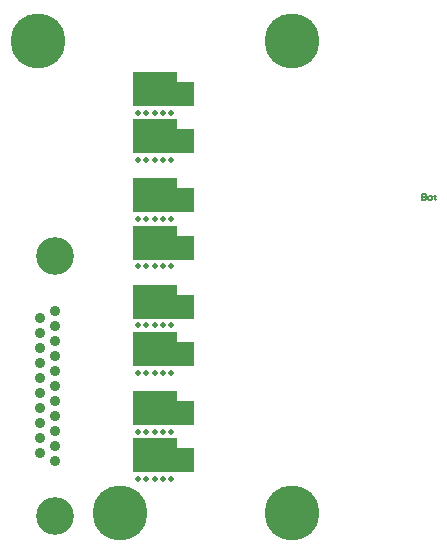
<source format=gbl>
G04 Layer_Physical_Order=6*
G04 Layer_Color=16711680*
%FSLAX25Y25*%
%MOIN*%
G70*
G01*
G75*
%ADD11R,0.08858X0.07874*%
%ADD12C,0.00500*%
%ADD17C,0.18300*%
%ADD18C,0.03500*%
%ADD19C,0.12598*%
%ADD20C,0.02000*%
%ADD21C,0.05000*%
%ADD57R,0.14837X0.11371*%
D11*
X554526Y283800D02*
D03*
Y268052D02*
D03*
Y248367D02*
D03*
Y232619D02*
D03*
Y212934D02*
D03*
Y197186D02*
D03*
Y177501D02*
D03*
Y161753D02*
D03*
D12*
X634829Y250646D02*
Y248647D01*
X635828D01*
X636162Y248980D01*
Y249313D01*
X635828Y249646D01*
X634829D01*
X635828D01*
X636162Y249980D01*
Y250313D01*
X635828Y250646D01*
X634829D01*
X637161Y248647D02*
X637828D01*
X638161Y248980D01*
Y249646D01*
X637828Y249980D01*
X637161D01*
X636828Y249646D01*
Y248980D01*
X637161Y248647D01*
X639161Y250313D02*
Y249980D01*
X638827D01*
X639494D01*
X639161D01*
Y248980D01*
X639494Y248647D01*
D17*
X591551Y144057D02*
D03*
Y301496D02*
D03*
X506830Y301565D02*
D03*
X534206Y144057D02*
D03*
D18*
X512299Y211553D02*
D03*
X507299Y164053D02*
D03*
Y169053D02*
D03*
Y174053D02*
D03*
Y179053D02*
D03*
Y184053D02*
D03*
Y189053D02*
D03*
Y194053D02*
D03*
Y199053D02*
D03*
Y204053D02*
D03*
Y209053D02*
D03*
X512299Y206553D02*
D03*
Y201553D02*
D03*
Y196553D02*
D03*
Y191553D02*
D03*
Y186553D02*
D03*
Y181553D02*
D03*
Y176553D02*
D03*
Y171553D02*
D03*
Y166553D02*
D03*
Y161553D02*
D03*
D19*
Y143303D02*
D03*
Y229803D02*
D03*
D20*
X542892Y277592D02*
D03*
X548473D02*
D03*
X545682D02*
D03*
Y261844D02*
D03*
X548473D02*
D03*
X542892D02*
D03*
X545682Y242160D02*
D03*
X548473D02*
D03*
X542892D02*
D03*
X545682Y226411D02*
D03*
X548473D02*
D03*
X542892D02*
D03*
X545682Y206726D02*
D03*
X548473D02*
D03*
X542892D02*
D03*
X545682Y190978D02*
D03*
X548473D02*
D03*
X542892D02*
D03*
X545682Y171293D02*
D03*
X548473D02*
D03*
X542892D02*
D03*
X545682Y155545D02*
D03*
X548473D02*
D03*
X542892D02*
D03*
X545682Y289556D02*
D03*
X548473D02*
D03*
X542892D02*
D03*
X540102Y277592D02*
D03*
X551263D02*
D03*
X540102Y261844D02*
D03*
Y242160D02*
D03*
X551263Y226411D02*
D03*
X540102D02*
D03*
Y206726D02*
D03*
Y171293D02*
D03*
Y155545D02*
D03*
X551263D02*
D03*
Y171293D02*
D03*
Y190978D02*
D03*
Y206726D02*
D03*
Y242160D02*
D03*
Y261844D02*
D03*
Y289556D02*
D03*
X540102D02*
D03*
Y273840D02*
D03*
X551263D02*
D03*
X542892D02*
D03*
X548473D02*
D03*
X545682D02*
D03*
X540102Y254123D02*
D03*
X551263D02*
D03*
X542892D02*
D03*
X548473D02*
D03*
X545682D02*
D03*
X540102Y238407D02*
D03*
X551263D02*
D03*
X542892D02*
D03*
X548473D02*
D03*
X545682D02*
D03*
X540102Y218690D02*
D03*
X551263D02*
D03*
X542892D02*
D03*
X548473D02*
D03*
X545682D02*
D03*
X540102Y202974D02*
D03*
X551263D02*
D03*
X542892D02*
D03*
X548473D02*
D03*
X545682D02*
D03*
X540102Y183257D02*
D03*
X551263D02*
D03*
X542892D02*
D03*
X548473D02*
D03*
X545682D02*
D03*
X540102Y167541D02*
D03*
X551263D02*
D03*
X542892D02*
D03*
X548473D02*
D03*
X545682D02*
D03*
X540102Y190978D02*
D03*
D21*
X555492Y268058D02*
D03*
Y283774D02*
D03*
Y248341D02*
D03*
Y232625D02*
D03*
Y212908D02*
D03*
Y197192D02*
D03*
Y177475D02*
D03*
Y161759D02*
D03*
D57*
X545639Y285471D02*
D03*
Y269754D02*
D03*
Y250038D02*
D03*
Y234321D02*
D03*
Y214604D02*
D03*
Y198888D02*
D03*
Y179171D02*
D03*
Y163455D02*
D03*
M02*

</source>
